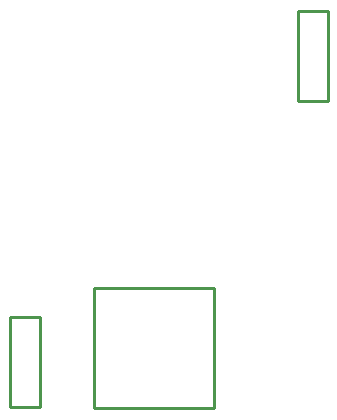
<source format=gbr>
%TF.GenerationSoftware,Altium Limited,Altium Designer,19.1.8 (144)*%
G04 Layer_Color=32768*
%FSLAX26Y26*%
%MOIN*%
%TF.FileFunction,Other,Mechanical_3*%
%TF.Part,Single*%
G01*
G75*
%TA.AperFunction,NonConductor*%
%ADD16C,0.010000*%
D16*
X1240000Y1780000D02*
X1340000D01*
X1240000Y1479994D02*
Y1780000D01*
Y1479994D02*
X1340000D01*
Y1780000D01*
X380000Y459994D02*
Y760000D01*
X280000Y459994D02*
X380000D01*
X280000D02*
Y760000D01*
X380000D01*
X960000Y455000D02*
Y855000D01*
X560000Y455000D02*
X960000D01*
X560000D02*
Y855000D01*
X960000D01*
%TF.MD5,279e770e52c619134db545d0666c69b2*%
M02*

</source>
